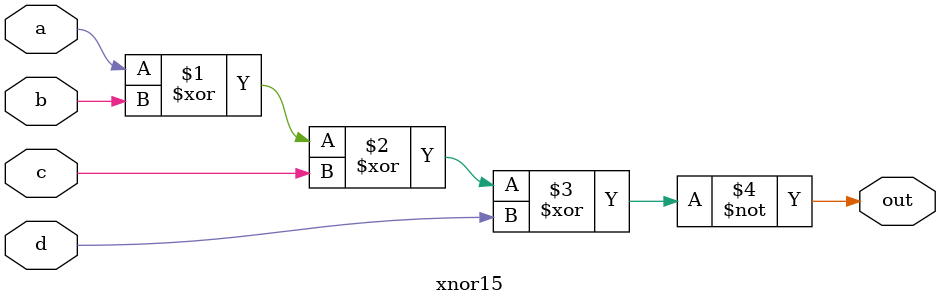
<source format=v>
module xnor15 (
    input wire a,
    input wire b,
    input wire c,
    input wire d,
    output wire out
);

assign out = ~(a ^ b ^ c ^ d);

endmodule

</source>
